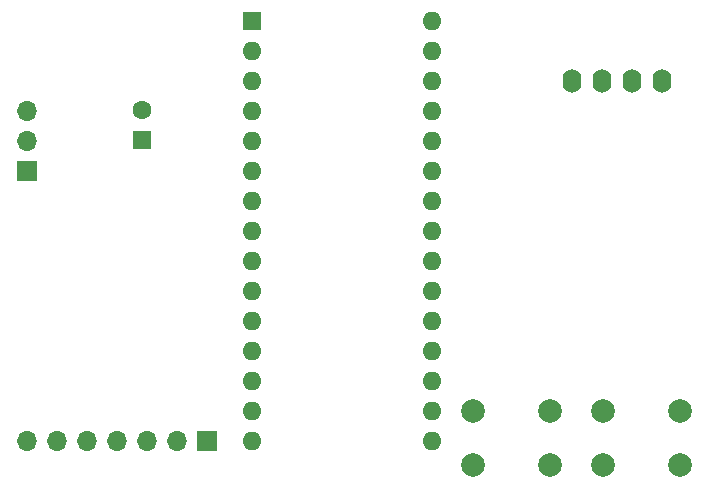
<source format=gbr>
%TF.GenerationSoftware,KiCad,Pcbnew,9.0.4-9.0.4-0~ubuntu22.04.1*%
%TF.CreationDate,2025-11-01T21:49:49+01:00*%
%TF.ProjectId,AutomatedBlinds,4175746f-6d61-4746-9564-426c696e6473,rev?*%
%TF.SameCoordinates,Original*%
%TF.FileFunction,Copper,L1,Top*%
%TF.FilePolarity,Positive*%
%FSLAX46Y46*%
G04 Gerber Fmt 4.6, Leading zero omitted, Abs format (unit mm)*
G04 Created by KiCad (PCBNEW 9.0.4-9.0.4-0~ubuntu22.04.1) date 2025-11-01 21:49:49*
%MOMM*%
%LPD*%
G01*
G04 APERTURE LIST*
%TA.AperFunction,ComponentPad*%
%ADD10O,1.600000X1.600000*%
%TD*%
%TA.AperFunction,ComponentPad*%
%ADD11R,1.600000X1.600000*%
%TD*%
%TA.AperFunction,ComponentPad*%
%ADD12O,1.700000X1.700000*%
%TD*%
%TA.AperFunction,ComponentPad*%
%ADD13R,1.700000X1.700000*%
%TD*%
%TA.AperFunction,ComponentPad*%
%ADD14C,2.000000*%
%TD*%
%TA.AperFunction,ComponentPad*%
%ADD15C,1.600000*%
%TD*%
%TA.AperFunction,ComponentPad*%
%ADD16O,1.600000X2.000000*%
%TD*%
G04 APERTURE END LIST*
D10*
%TO.P,A1,30,VIN*%
%TO.N,+6V*%
X158500000Y-72460000D03*
%TO.P,A1,29,GND*%
%TO.N,unconnected-(A1-GND-Pad29)*%
X158500000Y-75000000D03*
%TO.P,A1,28,~{RESET}*%
%TO.N,unconnected-(A1-~{RESET}-Pad28)*%
X158500000Y-77540000D03*
%TO.P,A1,27,+5V*%
%TO.N,+5V*%
X158500000Y-80080000D03*
%TO.P,A1,26,A7*%
%TO.N,unconnected-(A1-A7-Pad26)*%
X158500000Y-82620000D03*
%TO.P,A1,25,A6*%
%TO.N,unconnected-(A1-A6-Pad25)*%
X158500000Y-85160000D03*
%TO.P,A1,24,A5*%
%TO.N,Net-(A1-A5)*%
X158500000Y-87700000D03*
%TO.P,A1,23,A4*%
%TO.N,Net-(A1-A4)*%
X158500000Y-90240000D03*
%TO.P,A1,22,A3*%
%TO.N,unconnected-(A1-A3-Pad22)*%
X158500000Y-92780000D03*
%TO.P,A1,21,A2*%
%TO.N,unconnected-(A1-A2-Pad21)*%
X158500000Y-95320000D03*
%TO.P,A1,20,A1*%
%TO.N,Net-(A1-A1)*%
X158500000Y-97860000D03*
%TO.P,A1,19,A0*%
%TO.N,Net-(A1-A0)*%
X158500000Y-100400000D03*
%TO.P,A1,18,AREF*%
%TO.N,unconnected-(A1-AREF-Pad18)*%
X158500000Y-102940000D03*
%TO.P,A1,17,3V3*%
%TO.N,unconnected-(A1-3V3-Pad17)*%
X158500000Y-105480000D03*
%TO.P,A1,16,D13*%
%TO.N,unconnected-(A1-D13-Pad16)*%
X158500000Y-108020000D03*
%TO.P,A1,15,D12*%
%TO.N,unconnected-(A1-D12-Pad15)*%
X143260000Y-108020000D03*
%TO.P,A1,14,D11*%
%TO.N,Net-(A1-D11)*%
X143260000Y-105480000D03*
%TO.P,A1,13,D10*%
%TO.N,unconnected-(A1-D10-Pad13)*%
X143260000Y-102940000D03*
%TO.P,A1,12,D9*%
%TO.N,unconnected-(A1-D9-Pad12)*%
X143260000Y-100400000D03*
%TO.P,A1,11,D8*%
%TO.N,unconnected-(A1-D8-Pad11)*%
X143260000Y-97860000D03*
%TO.P,A1,10,D7*%
%TO.N,unconnected-(A1-D7-Pad10)*%
X143260000Y-95320000D03*
%TO.P,A1,9,D6*%
%TO.N,unconnected-(A1-D6-Pad9)*%
X143260000Y-92780000D03*
%TO.P,A1,8,D5*%
%TO.N,unconnected-(A1-D5-Pad8)*%
X143260000Y-90240000D03*
%TO.P,A1,7,D4*%
%TO.N,unconnected-(A1-D4-Pad7)*%
X143260000Y-87700000D03*
%TO.P,A1,6,D3*%
%TO.N,Net-(A1-D3)*%
X143260000Y-85160000D03*
%TO.P,A1,5,D2*%
%TO.N,unconnected-(A1-D2-Pad5)*%
X143260000Y-82620000D03*
%TO.P,A1,4,GND*%
%TO.N,unconnected-(A1-GND-Pad4)*%
X143260000Y-80080000D03*
%TO.P,A1,3,~{RESET}*%
%TO.N,unconnected-(A1-~{RESET}-Pad3)*%
X143260000Y-77540000D03*
%TO.P,A1,2,D0/RX*%
%TO.N,unconnected-(A1-D0{slash}RX-Pad2)*%
X143260000Y-75000000D03*
D11*
%TO.P,A1,1,D1/TX*%
%TO.N,unconnected-(A1-D1{slash}TX-Pad1)*%
X143260000Y-72460000D03*
%TD*%
D12*
%TO.P,J4,7,Pin_7*%
%TO.N,+6V*%
X124260000Y-108000000D03*
%TO.P,J4,6,Pin_6*%
%TO.N,GND*%
X126800000Y-108000000D03*
%TO.P,J4,5,Pin_5*%
%TO.N,+5V*%
X129340000Y-108000000D03*
%TO.P,J4,4,Pin_4*%
%TO.N,GND*%
X131880000Y-108000000D03*
%TO.P,J4,3,Pin_3*%
%TO.N,Net-(A1-A5)*%
X134420000Y-108000000D03*
%TO.P,J4,2,Pin_2*%
%TO.N,Net-(A1-A4)*%
X136960000Y-108000000D03*
D13*
%TO.P,J4,1,Pin_1*%
%TO.N,Net-(A1-D11)*%
X139500000Y-108000000D03*
%TD*%
D14*
%TO.P,SW2,2,2*%
%TO.N,GND*%
X168500000Y-110000000D03*
X162000000Y-110000000D03*
%TO.P,SW2,1,1*%
%TO.N,Net-(A1-A0)*%
X162000000Y-105500000D03*
X168500000Y-105500000D03*
%TD*%
%TO.P,SW1,2,2*%
%TO.N,GND*%
X179500000Y-110000000D03*
X173000000Y-110000000D03*
%TO.P,SW1,1,1*%
%TO.N,Net-(A1-A1)*%
X173000000Y-105500000D03*
X179500000Y-105500000D03*
%TD*%
D11*
%TO.P,C1,1*%
%TO.N,+6V*%
X134000000Y-82500000D03*
D15*
%TO.P,C1,2*%
%TO.N,GND*%
X134000000Y-80000000D03*
%TD*%
D16*
%TO.P,Brd1,4,SDA*%
%TO.N,Net-(A1-A4)*%
X178000000Y-77500000D03*
%TO.P,Brd1,3,SCL*%
%TO.N,Net-(A1-A5)*%
X175460000Y-77500000D03*
%TO.P,Brd1,1,GND*%
%TO.N,GND*%
X170380000Y-77500000D03*
%TO.P,Brd1,2,VCC*%
%TO.N,+5V*%
X172920000Y-77500000D03*
%TD*%
D13*
%TO.P,J2,1,Pin_1*%
%TO.N,Net-(A1-D3)*%
X124220529Y-85151150D03*
D12*
%TO.P,J2,2,Pin_2*%
%TO.N,+6V*%
X124220529Y-82611150D03*
%TO.P,J2,3,Pin_3*%
%TO.N,GND*%
X124220529Y-80071150D03*
%TD*%
M02*

</source>
